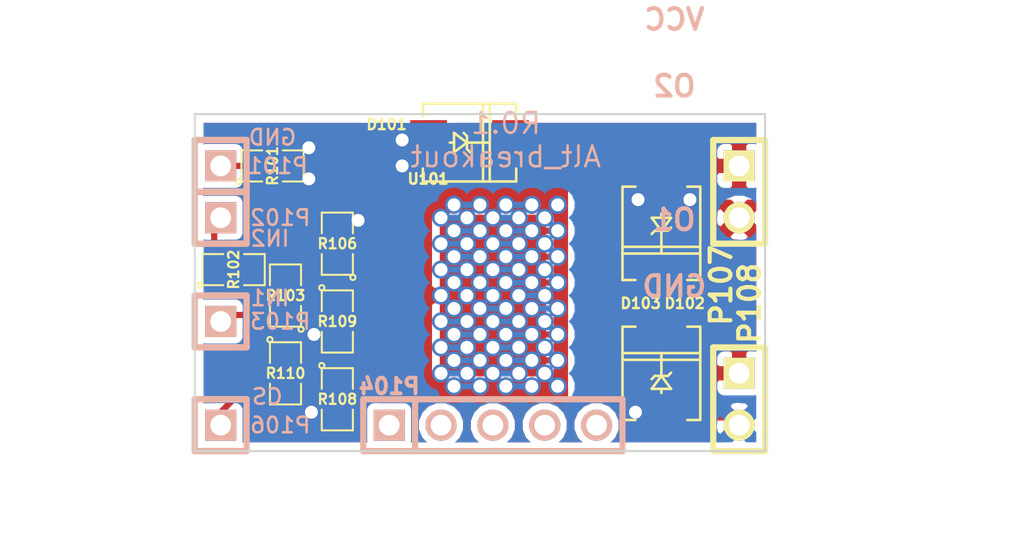
<source format=kicad_pcb>
(kicad_pcb (version 20221018) (generator pcbnew)
  (title_block (title "PowerSSO-24 breakout") (rev "R0.1") (company "rusEFI"))
  (layers (0 "F.Cu" signal) (31 "B.Cu" signal) (34 "B.Paste" user) (35 "F.Paste" user) (36 "B.SilkS" user) (37 "F.SilkS" user) (38 "B.Mask" user) (39 "F.Mask" user) (44 "Edge.Cuts" user))
  (net 0 "")
  (net 1 "/CS_DIS")
  (net 2 "/I1")
  (net 3 "/I2")
  (net 4 "/IN1")
  (net 5 "/IN2")
  (net 6 "/O1")
  (net 7 "/O2")
  (net 8 "/VCC")
  (net 9 "GND")
  (net 10 "N-000001")
  (net 11 "N-000004")
  (net 12 "N-000005")
  (footprint "SM0805" (layer "F.Cu") (at 219.71 143.51)
    (fp_text reference "R101" (at 0 0 90) (layer "F.SilkS") (effects (font (size 0.50038 0.50038) (thickness 0.10922))))
    (fp_text value "TBD" hide)
    (fp_line (start -1.524 -0.762) (end -0.508 -0.762) (stroke (width 0.09906)) (layer "F.SilkS"))
    (fp_line (start -1.524 0.762) (end -1.524 -0.762) (stroke (width 0.09906)) (layer "F.SilkS"))
    (fp_line (start -0.508 0.762) (end -1.524 0.762) (stroke (width 0.09906)) (layer "F.SilkS"))
    (fp_line (start 0.508 -0.762) (end 1.524 -0.762) (stroke (width 0.09906)) (layer "F.SilkS"))
    (fp_line (start 1.524 -0.762) (end 1.524 0.762) (stroke (width 0.09906)) (layer "F.SilkS"))
    (fp_line (start 1.524 0.762) (end 0.508 0.762) (stroke (width 0.09906)) (layer "F.SilkS"))
    (fp_circle (center -1.651 0.762) (end -1.651 0.635) (stroke (width 0.09906)) (fill none) (layer "F.SilkS"))
    (pad "1" smd rect (at -0.9525 0) (size 0.889 1.397) (layers "F.Cu" "F.Paste" "F.Mask") (net 10 "N-000001"))
    (pad "2" smd rect (at 0.9525 0) (size 0.889 1.397) (layers "F.Cu" "F.Paste" "F.Mask") (net 9 "GND"))
  )
  (footprint "SM0805" (layer "F.Cu") (at 220.345 149.86 90)
    (fp_text reference "R103" (at 0 0 180) (layer "F.SilkS") (effects (font (size 0.50038 0.50038) (thickness 0.10922))))
    (fp_text value "10K" hide)
    (fp_line (start -1.524 -0.762) (end -0.508 -0.762) (stroke (width 0.09906)) (layer "F.SilkS"))
    (fp_line (start -1.524 0.762) (end -1.524 -0.762) (stroke (width 0.09906)) (layer "F.SilkS"))
    (fp_line (start -0.508 0.762) (end -1.524 0.762) (stroke (width 0.09906)) (layer "F.SilkS"))
    (fp_line (start 0.508 -0.762) (end 1.524 -0.762) (stroke (width 0.09906)) (layer "F.SilkS"))
    (fp_line (start 1.524 -0.762) (end 1.524 0.762) (stroke (width 0.09906)) (layer "F.SilkS"))
    (fp_line (start 1.524 0.762) (end 0.508 0.762) (stroke (width 0.09906)) (layer "F.SilkS"))
    (fp_circle (center -1.651 0.762) (end -1.651 0.635) (stroke (width 0.09906)) (fill none) (layer "F.SilkS"))
    (pad "1" smd rect (at -0.9525 0 90) (size 0.889 1.397) (layers "F.Cu" "F.Paste" "F.Mask") (net 11 "N-000004"))
    (pad "2" smd rect (at 0.9525 0 90) (size 0.889 1.397) (layers "F.Cu" "F.Paste" "F.Mask") (net 4 "/IN1"))
  )
  (footprint "SM0805" (layer "F.Cu") (at 217.805 148.59)
    (fp_text reference "R102" (at 0 0 90) (layer "F.SilkS") (effects (font (size 0.50038 0.50038) (thickness 0.10922))))
    (fp_text value "10K" hide)
    (fp_line (start -1.524 -0.762) (end -0.508 -0.762) (stroke (width 0.09906)) (layer "F.SilkS"))
    (fp_line (start -1.524 0.762) (end -1.524 -0.762) (stroke (width 0.09906)) (layer "F.SilkS"))
    (fp_line (start -0.508 0.762) (end -1.524 0.762) (stroke (width 0.09906)) (layer "F.SilkS"))
    (fp_line (start 0.508 -0.762) (end 1.524 -0.762) (stroke (width 0.09906)) (layer "F.SilkS"))
    (fp_line (start 1.524 -0.762) (end 1.524 0.762) (stroke (width 0.09906)) (layer "F.SilkS"))
    (fp_line (start 1.524 0.762) (end 0.508 0.762) (stroke (width 0.09906)) (layer "F.SilkS"))
    (fp_circle (center -1.651 0.762) (end -1.651 0.635) (stroke (width 0.09906)) (fill none) (layer "F.SilkS"))
    (pad "1" smd rect (at -0.9525 0) (size 0.889 1.397) (layers "F.Cu" "F.Paste" "F.Mask") (net 12 "N-000005"))
    (pad "2" smd rect (at 0.9525 0) (size 0.889 1.397) (layers "F.Cu" "F.Paste" "F.Mask") (net 5 "/IN2"))
  )
  (footprint "SM0805" (layer "F.Cu") (at 222.885 154.94 -90)
    (fp_text reference "R108" (at 0 0) (layer "F.SilkS") (effects (font (size 0.50038 0.50038) (thickness 0.10922))))
    (fp_text value "10K" hide)
    (fp_line (start -1.524 -0.762) (end -0.508 -0.762) (stroke (width 0.09906)) (layer "F.SilkS"))
    (fp_line (start -1.524 0.762) (end -1.524 -0.762) (stroke (width 0.09906)) (layer "F.SilkS"))
    (fp_line (start -0.508 0.762) (end -1.524 0.762) (stroke (width 0.09906)) (layer "F.SilkS"))
    (fp_line (start 0.508 -0.762) (end 1.524 -0.762) (stroke (width 0.09906)) (layer "F.SilkS"))
    (fp_line (start 1.524 -0.762) (end 1.524 0.762) (stroke (width 0.09906)) (layer "F.SilkS"))
    (fp_line (start 1.524 0.762) (end 0.508 0.762) (stroke (width 0.09906)) (layer "F.SilkS"))
    (fp_circle (center -1.651 0.762) (end -1.651 0.635) (stroke (width 0.09906)) (fill none) (layer "F.SilkS"))
    (pad "1" smd rect (at -0.9525 0 270) (size 0.889 1.397) (layers "F.Cu" "F.Paste" "F.Mask") (net 1 "/CS_DIS"))
    (pad "2" smd rect (at 0.9525 0 270) (size 0.889 1.397) (layers "F.Cu" "F.Paste" "F.Mask") (net 9 "GND"))
  )
  (footprint "SM0805" (layer "F.Cu") (at 220.345 153.67 -90)
    (fp_text reference "R110" (at 0 0) (layer "F.SilkS") (effects (font (size 0.50038 0.50038) (thickness 0.10922))))
    (fp_text value "1K" hide)
    (fp_line (start -1.524 -0.762) (end -0.508 -0.762) (stroke (width 0.09906)) (layer "F.SilkS"))
    (fp_line (start -1.524 0.762) (end -1.524 -0.762) (stroke (width 0.09906)) (layer "F.SilkS"))
    (fp_line (start -0.508 0.762) (end -1.524 0.762) (stroke (width 0.09906)) (layer "F.SilkS"))
    (fp_line (start 0.508 -0.762) (end 1.524 -0.762) (stroke (width 0.09906)) (layer "F.SilkS"))
    (fp_line (start 1.524 -0.762) (end 1.524 0.762) (stroke (width 0.09906)) (layer "F.SilkS"))
    (fp_line (start 1.524 0.762) (end 0.508 0.762) (stroke (width 0.09906)) (layer "F.SilkS"))
    (fp_circle (center -1.651 0.762) (end -1.651 0.635) (stroke (width 0.09906)) (fill none) (layer "F.SilkS"))
    (pad "1" smd rect (at -0.9525 0 270) (size 0.889 1.397) (layers "F.Cu" "F.Paste" "F.Mask") (net 3 "/I2"))
    (pad "2" smd rect (at 0.9525 0 270) (size 0.889 1.397) (layers "F.Cu" "F.Paste" "F.Mask") (net 9 "GND"))
  )
  (footprint "SM0805" (layer "F.Cu") (at 222.885 151.13 -90)
    (fp_text reference "R109" (at 0 0) (layer "F.SilkS") (effects (font (size 0.50038 0.50038) (thickness 0.10922))))
    (fp_text value "1K" hide)
    (fp_line (start -1.524 -0.762) (end -0.508 -0.762) (stroke (width 0.09906)) (layer "F.SilkS"))
    (fp_line (start -1.524 0.762) (end -1.524 -0.762) (stroke (width 0.09906)) (layer "F.SilkS"))
    (fp_line (start -0.508 0.762) (end -1.524 0.762) (stroke (width 0.09906)) (layer "F.SilkS"))
    (fp_line (start 0.508 -0.762) (end 1.524 -0.762) (stroke (width 0.09906)) (layer "F.SilkS"))
    (fp_line (start 1.524 -0.762) (end 1.524 0.762) (stroke (width 0.09906)) (layer "F.SilkS"))
    (fp_line (start 1.524 0.762) (end 0.508 0.762) (stroke (width 0.09906)) (layer "F.SilkS"))
    (fp_circle (center -1.651 0.762) (end -1.651 0.635) (stroke (width 0.09906)) (fill none) (layer "F.SilkS"))
    (pad "1" smd rect (at -0.9525 0 270) (size 0.889 1.397) (layers "F.Cu" "F.Paste" "F.Mask") (net 2 "/I1"))
    (pad "2" smd rect (at 0.9525 0 270) (size 0.889 1.397) (layers "F.Cu" "F.Paste" "F.Mask") (net 9 "GND"))
  )
  (footprint "SM0805" (layer "F.Cu") (at 222.885 147.32 90)
    (fp_text reference "R106" (at 0 0 180) (layer "F.SilkS") (effects (font (size 0.50038 0.50038) (thickness 0.10922))))
    (fp_text value "10K" hide)
    (fp_line (start -1.524 -0.762) (end -0.508 -0.762) (stroke (width 0.09906)) (layer "F.SilkS"))
    (fp_line (start -1.524 0.762) (end -1.524 -0.762) (stroke (width 0.09906)) (layer "F.SilkS"))
    (fp_line (start -0.508 0.762) (end -1.524 0.762) (stroke (width 0.09906)) (layer "F.SilkS"))
    (fp_line (start 0.508 -0.762) (end 1.524 -0.762) (stroke (width 0.09906)) (layer "F.SilkS"))
    (fp_line (start 1.524 -0.762) (end 1.524 0.762) (stroke (width 0.09906)) (layer "F.SilkS"))
    (fp_line (start 1.524 0.762) (end 0.508 0.762) (stroke (width 0.09906)) (layer "F.SilkS"))
    (fp_circle (center -1.651 0.762) (end -1.651 0.635) (stroke (width 0.09906)) (fill none) (layer "F.SilkS"))
    (pad "1" smd rect (at -0.9525 0 90) (size 0.889 1.397) (layers "F.Cu" "F.Paste" "F.Mask") (net 5 "/IN2"))
    (pad "2" smd rect (at 0.9525 0 90) (size 0.889 1.397) (layers "F.Cu" "F.Paste" "F.Mask") (net 9 "GND"))
  )
  (footprint "SIL-2" (layer "F.Cu") (at 242.57 154.94 -90)
    (fp_text reference "P108" (at -4.699 -0.508 270) (layer "F.SilkS") (effects (font (size 1.016 1.016) (thickness 0.2032))))
    (fp_text value "CONN_2" hide)
    (fp_line (start -2.54 -1.27) (end 2.54 -1.27) (stroke (width 0.3048)) (layer "F.SilkS"))
    (fp_line (start -2.54 1.27) (end -2.54 -1.27) (stroke (width 0.3048)) (layer "F.SilkS"))
    (fp_line (start 2.54 -1.27) (end 2.54 1.27) (stroke (width 0.3048)) (layer "F.SilkS"))
    (fp_line (start 2.54 1.27) (end -2.54 1.27) (stroke (width 0.3048)) (layer "F.SilkS"))
    (pad "1" thru_hole rect (at -1.27 0 270) (size 1.524 1.524) (drill 1.016) (layers "*.Cu" "*.Mask" "F.SilkS") (net 6 "/O1"))
    (pad "2" thru_hole circle (at 1.27 0 270) (size 1.524 1.524) (drill 1.016) (layers "*.Cu" "*.Mask" "F.SilkS") (net 9 "GND"))
  )
  (footprint "SIL-2" (layer "F.Cu") (at 242.57 144.78 -90)
    (fp_text reference "P107" (at 4.572 0.889 270) (layer "F.SilkS") (effects (font (size 1.016 1.016) (thickness 0.2032))))
    (fp_text value "CONN_2" hide)
    (fp_line (start -2.54 -1.27) (end 2.54 -1.27) (stroke (width 0.3048)) (layer "F.SilkS"))
    (fp_line (start -2.54 1.27) (end -2.54 -1.27) (stroke (width 0.3048)) (layer "F.SilkS"))
    (fp_line (start 2.54 -1.27) (end 2.54 1.27) (stroke (width 0.3048)) (layer "F.SilkS"))
    (fp_line (start 2.54 1.27) (end -2.54 1.27) (stroke (width 0.3048)) (layer "F.SilkS"))
    (pad "1" thru_hole rect (at -1.27 0 270) (size 1.524 1.524) (drill 1.016) (layers "*.Cu" "*.Mask" "F.SilkS") (net 8 "/VCC"))
    (pad "2" thru_hole circle (at 1.27 0 270) (size 1.524 1.524) (drill 1.016) (layers "*.Cu" "*.Mask" "F.SilkS") (net 7 "/O2"))
  )
  (footprint "DO-214AA(SMB)" (layer "F.Cu") (at 238.76 146.812 -90)
    (fp_text reference "D102" (at 3.429 -1.143) (layer "F.SilkS") (effects (font (size 0.508 0.508) (thickness 0.11938))))
    (fp_text value "P6SMB36AT3G " hide)
    (fp_line (start -2.286 -1.905) (end 2.286 -1.905) (stroke (width 0.127)) (layer "F.SilkS"))
    (fp_line (start -2.286 -1.27) (end -2.286 -1.905) (stroke (width 0.127)) (layer "F.SilkS"))
    (fp_line (start -2.286 1.27) (end -2.286 1.905) (stroke (width 0.127)) (layer "F.SilkS"))
    (fp_line (start -2.286 1.905) (end 2.286 1.905) (stroke (width 0.127)) (layer "F.SilkS"))
    (fp_line (start -0.762 -0.47498) (end -0.762 0) (stroke (width 0.127)) (layer "F.SilkS"))
    (fp_line (start -0.762 0) (end -0.9652 0) (stroke (width 0.127)) (layer "F.SilkS"))
    (fp_line (start -0.762 0) (end -0.762 0.47498) (stroke (width 0.127)) (layer "F.SilkS"))
    (fp_line (start -0.762 0.47498) (end -0.127 0) (stroke (width 0.127)) (layer "F.SilkS"))
    (fp_line (start -0.127 -0.3175) (end -0.28448 -0.47498) (stroke (width 0.127)) (layer "F.SilkS"))
    (fp_line (start -0.127 0) (end -0.762 -0.47498) (stroke (width 0.127)) (layer "F.SilkS"))
    (fp_line (start -0.127 0) (end -0.127 -0.3175) (stroke (width 0.127)) (layer "F.SilkS"))
    (fp_line (start -0.127 0) (end -0.127 0.3175) (stroke (width 0.127)) (layer "F.SilkS"))
    (fp_line (start -0.127 0) (end 0.98298 0) (stroke (width 0.127)) (layer "F.SilkS"))
    (fp_line (start -0.127 0.3175) (end 0.03048 0.47498) (stroke (width 0.127)) (layer "F.SilkS"))
    (fp_line (start 0.6604 1.905) (end 0.6604 -1.905) (stroke (width 0.127)) (layer "F.SilkS"))
    (fp_line (start 0.9906 1.905) (end 0.9906 -1.905) (stroke (width 0.127)) (layer "F.SilkS"))
    (fp_line (start 2.286 -1.905) (end 2.286 -1.27) (stroke (width 0.127)) (layer "F.SilkS"))
    (fp_line (start 2.286 1.905) (end 2.286 1.27) (stroke (width 0.127)) (layer "F.SilkS"))
    (pad "1" smd rect (at -2.0066 0 270) (size 1.80086 2.19964) (layers "F.Cu" "F.Paste" "F.Mask") (net 9 "GND"))
    (pad "2" smd rect (at 2.0066 0 270) (size 1.80086 2.19964) (layers "F.Cu" "F.Paste" "F.Mask") (net 7 "/O2"))
  )
  (footprint "DO-214AA(SMB)" (layer "F.Cu") (at 238.76 153.67 90)
    (fp_text reference "D103" (at 3.429 -1.016 180) (layer "F.SilkS") (effects (font (size 0.508 0.508) (thickness 0.11938))))
    (fp_text value "P6SMB36AT3G " hide)
    (fp_line (start -2.286 -1.905) (end 2.286 -1.905) (stroke (width 0.127)) (layer "F.SilkS"))
    (fp_line (start -2.286 -1.27) (end -2.286 -1.905) (stroke (width 0.127)) (layer "F.SilkS"))
    (fp_line (start -2.286 1.27) (end -2.286 1.905) (stroke (width 0.127)) (layer "F.SilkS"))
    (fp_line (start -2.286 1.905) (end 2.286 1.905) (stroke (width 0.127)) (layer "F.SilkS"))
    (fp_line (start -0.762 -0.47498) (end -0.762 0) (stroke (width 0.127)) (layer "F.SilkS"))
    (fp_line (start -0.762 0) (end -0.9652 0) (stroke (width 0.127)) (layer "F.SilkS"))
    (fp_line (start -0.762 0) (end -0.762 0.47498) (stroke (width 0.127)) (layer "F.SilkS"))
    (fp_line (start -0.762 0.47498) (end -0.127 0) (stroke (width 0.127)) (layer "F.SilkS"))
    (fp_line (start -0.127 -0.3175) (end -0.28448 -0.47498) (stroke (width 0.127)) (layer "F.SilkS"))
    (fp_line (start -0.127 0) (end -0.762 -0.47498) (stroke (width 0.127)) (layer "F.SilkS"))
    (fp_line (start -0.127 0) (end -0.127 -0.3175) (stroke (width 0.127)) (layer "F.SilkS"))
    (fp_line (start -0.127 0) (end -0.127 0.3175) (stroke (width 0.127)) (layer "F.SilkS"))
    (fp_line (start -0.127 0) (end 0.98298 0) (stroke (width 0.127)) (layer "F.SilkS"))
    (fp_line (start -0.127 0.3175) (end 0.03048 0.47498) (stroke (width 0.127)) (layer "F.SilkS"))
    (fp_line (start 0.6604 1.905) (end 0.6604 -1.905) (stroke (width 0.127)) (layer "F.SilkS"))
    (fp_line (start 0.9906 1.905) (end 0.9906 -1.905) (stroke (width 0.127)) (layer "F.SilkS"))
    (fp_line (start 2.286 -1.905) (end 2.286 -1.27) (stroke (width 0.127)) (layer "F.SilkS"))
    (fp_line (start 2.286 1.905) (end 2.286 1.27) (stroke (width 0.127)) (layer "F.SilkS"))
    (pad "1" smd rect (at -2.0066 0 90) (size 1.80086 2.19964) (layers "F.Cu" "F.Paste" "F.Mask") (net 9 "GND"))
    (pad "2" smd rect (at 2.0066 0 90) (size 1.80086 2.19964) (layers "F.Cu" "F.Paste" "F.Mask") (net 6 "/O1"))
  )
  (footprint "DO-214AA(SMB)" (layer "F.Cu") (at 229.362 142.367)
    (fp_text reference "D101" (at -4.064 -0.889) (layer "F.SilkS") (effects (font (size 0.508 0.508) (thickness 0.11938))))
    (fp_text value "P6SMB36AT3G " hide)
    (fp_line (start -2.286 -1.905) (end 2.286 -1.905) (stroke (width 0.127)) (layer "F.SilkS"))
    (fp_line (start -2.286 -1.27) (end -2.286 -1.905) (stroke (width 0.127)) (layer "F.SilkS"))
    (fp_line (start -2.286 1.27) (end -2.286 1.905) (stroke (width 0.127)) (layer "F.SilkS"))
    (fp_line (start -2.286 1.905) (end 2.286 1.905) (stroke (width 0.127)) (layer "F.SilkS"))
    (fp_line (start -0.762 -0.47498) (end -0.762 0) (stroke (width 0.127)) (layer "F.SilkS"))
    (fp_line (start -0.762 0) (end -0.9652 0) (stroke (width 0.127)) (layer "F.SilkS"))
    (fp_line (start -0.762 0) (end -0.762 0.47498) (stroke (width 0.127)) (layer "F.SilkS"))
    (fp_line (start -0.762 0.47498) (end -0.127 0) (stroke (width 0.127)) (layer "F.SilkS"))
    (fp_line (start -0.127 -0.3175) (end -0.28448 -0.47498) (stroke (width 0.127)) (layer "F.SilkS"))
    (fp_line (start -0.127 0) (end -0.762 -0.47498) (stroke (width 0.127)) (layer "F.SilkS"))
    (fp_line (start -0.127 0) (end -0.127 -0.3175) (stroke (width 0.127)) (layer "F.SilkS"))
    (fp_line (start -0.127 0) (end -0.127 0.3175) (stroke (width 0.127)) (layer "F.SilkS"))
    (fp_line (start -0.127 0) (end 0.98298 0) (stroke (width 0.127)) (layer "F.SilkS"))
    (fp_line (start -0.127 0.3175) (end 0.03048 0.47498) (stroke (width 0.127)) (layer "F.SilkS"))
    (fp_line (start 0.6604 1.905) (end 0.6604 -1.905) (stroke (width 0.127)) (layer "F.SilkS"))
    (fp_line (start 0.9906 1.905) (end 0.9906 -1.905) (stroke (width 0.127)) (layer "F.SilkS"))
    (fp_line (start 2.286 -1.905) (end 2.286 -1.27) (stroke (width 0.127)) (layer "F.SilkS"))
    (fp_line (start 2.286 1.905) (end 2.286 1.27) (stroke (width 0.127)) (layer "F.SilkS"))
    (pad "1" smd rect (at -2.0066 0) (size 1.80086 2.19964) (layers "F.Cu" "F.Paste" "F.Mask") (net 9 "GND"))
    (pad "2" smd rect (at 2.0066 0) (size 1.80086 2.19964) (layers "F.Cu" "F.Paste" "F.Mask") (net 8 "/VCC"))
  )
  (footprint "PowerSSO-24" (layer "F.Cu") (at 230.505 149.86)
    (fp_text reference "U101" (at -3.175 -5.715) (layer "F.SilkS") (effects (font (size 0.508 0.508) (thickness 0.127))))
    (fp_text value "VND5E025AKTR" hide)
    (pad "1" smd rect (at -4.9325 -4.4) (size 1.7 0.55) (layers "F.Cu" "F.Paste" "F.Mask") (net 8 "/VCC"))
    (pad "2" smd rect (at -4.9325 -3.6) (size 1.7 0.55) (layers "F.Cu" "F.Paste" "F.Mask") (net 9 "GND"))
    (pad "3" smd rect (at -4.9325 -2.8) (size 1.7 0.55) (layers "F.Cu" "F.Paste" "F.Mask"))
    (pad "4" smd rect (at -4.9325 -2) (size 1.7 0.55) (layers "F.Cu" "F.Paste" "F.Mask") (net 5 "/IN2"))
    (pad "5" smd rect (at -4.9325 -1.2) (size 1.7 0.55) (layers "F.Cu" "F.Paste" "F.Mask"))
    (pad "6" smd rect (at -4.9325 -0.4) (size 1.7 0.55) (layers "F.Cu" "F.Paste" "F.Mask") (net 4 "/IN1"))
    (pad "7" smd rect (at -4.9325 0.4) (size 1.7 0.55) (layers "F.Cu" "F.Paste" "F.Mask"))
    (pad "8" smd rect (at -4.9325 1.2) (size 1.7 0.55) (layers "F.Cu" "F.Paste" "F.Mask") (net 2 "/I1"))
    (pad "9" smd rect (at -4.9325 2) (size 1.7 0.55) (layers "F.Cu" "F.Paste" "F.Mask"))
    (pad "10" smd rect (at -4.9325 2.8) (size 1.7 0.55) (layers "F.Cu" "F.Paste" "F.Mask") (net 3 "/I2"))
    (pad "11" smd rect (at -4.9325 3.6) (size 1.7 0.55) (layers "F.Cu" "F.Paste" "F.Mask") (net 1 "/CS_DIS"))
    (pad "12" smd rect (at -4.9325 4.4) (size 1.7 0.55) (layers "F.Cu" "F.Paste" "F.Mask") (net 8 "/VCC"))
    (pad "13" smd rect (at 4.9325 4.4) (size 1.7 0.55) (layers "F.Cu" "F.Paste" "F.Mask") (net 6 "/O1"))
    (pad "14" smd rect (at 4.9325 3.6) (size 1.7 0.55) (layers "F.Cu" "F.Paste" "F.Mask") (net 6 "/O1"))
    (pad "15" smd rect (at 4.9325 2.8) (size 1.7 0.55) (layers "F.Cu" "F.Paste" "F.Mask") (net 6 "/O1"))
    (pad "16" smd rect (at 4.9325 2) (size 1.7 0.55) (layers "F.Cu" "F.Paste" "F.Mask") (net 6 "/O1"))
    (pad "17" smd rect (at 4.9325 1.2) (size 1.7 0.55) (layers "F.Cu" "F.Paste" "F.Mask") (net 6 "/O1"))
    (pad "18" smd rect (at 4.9325 0.4) (size 1.7 0.55) (layers "F.Cu" "F.Paste" "F.Mask") (net 6 "/O1"))
    (pad "19" smd rect (at 4.9325 -0.4) (size 1.7 0.55) (layers "F.Cu" "F.Paste" "F.Mask") (net 7 "/O2"))
    (pad "20" smd rect (at 4.9325 -1.2) (size 1.7 0.55) (layers "F.Cu" "F.Paste" "F.Mask") (net 7 "/O2"))
    (pad "21" smd rect (at 4.9325 -2) (size 1.7 0.55) (layers "F.Cu" "F.Paste" "F.Mask") (net 7 "/O2"))
    (pad "22" smd rect (at 4.9325 -2.8) (size 1.7 0.55) (layers "F.Cu" "F.Paste" "F.Mask") (net 7 "/O2"))
    (pad "23" smd rect (at 4.9325 -3.6) (size 1.7 0.55) (layers "F.Cu" "F.Paste" "F.Mask") (net 7 "/O2"))
    (pad "24" smd rect (at 4.9325 -4.4) (size 1.7 0.55) (layers "F.Cu" "F.Paste" "F.Mask") (net 7 "/O2"))
    (pad "EXP" smd rect (at 0 0) (size 5.2 7.5) (layers "F.Cu" "F.Paste" "F.Mask") (net 8 "/VCC"))
  )
  (footprint "SIL-1" (layer "B.Cu") (at 217.17 151.13)
    (fp_text reference "P103" (at 2.921 0) (layer "B.SilkS") (effects (font (size 0.762 0.762) (thickness 0.127)) (justify mirror)))
    (fp_text value "CONN_1" hide)
    (fp_line (start -1.27 -1.27) (end -1.27 1.27) (stroke (width 0.3048)) (layer "B.SilkS"))
    (fp_line (start -1.27 -1.27) (end 1.27 -1.27) (stroke (width 0.3175)) (layer "B.SilkS"))
    (fp_line (start -1.27 1.27) (end 1.27 1.27) (stroke (width 0.3175)) (layer "B.SilkS"))
    (fp_line (start 1.27 1.27) (end 1.27 -1.27) (stroke (width 0.3048)) (layer "B.SilkS"))
    (pad "1" thru_hole rect (at 0 0) (size 1.524 1.524) (drill 1.016) (layers "*.Cu" "*.Mask" "B.SilkS") (net 11 "N-000004"))
  )
  (footprint "SIL-1" (layer "B.Cu") (at 217.17 156.21)
    (fp_text reference "P106" (at 2.921 0) (layer "B.SilkS") (effects (font (size 0.762 0.762) (thickness 0.127)) (justify mirror)))
    (fp_text value "CONN_1" hide)
    (fp_line (start -1.27 -1.27) (end -1.27 1.27) (stroke (width 0.3048)) (layer "B.SilkS"))
    (fp_line (start -1.27 -1.27) (end 1.27 -1.27) (stroke (width 0.3175)) (layer "B.SilkS"))
    (fp_line (start -1.27 1.27) (end 1.27 1.27) (stroke (width 0.3175)) (layer "B.SilkS"))
    (fp_line (start 1.27 1.27) (end 1.27 -1.27) (stroke (width 0.3048)) (layer "B.SilkS"))
    (pad "1" thru_hole rect (at 0 0) (size 1.524 1.524) (drill 1.016) (layers "*.Cu" "*.Mask" "B.SilkS") (net 1 "/CS_DIS"))
  )
  (footprint "SIL-1" (layer "B.Cu") (at 217.17 143.51)
    (fp_text reference "P101" (at 2.794 0) (layer "B.SilkS") (effects (font (size 0.762 0.762) (thickness 0.127)) (justify mirror)))
    (fp_text value "CONN_1" hide)
    (fp_line (start -1.27 -1.27) (end -1.27 1.27) (stroke (width 0.3048)) (layer "B.SilkS"))
    (fp_line (start -1.27 -1.27) (end 1.27 -1.27) (stroke (width 0.3175)) (layer "B.SilkS"))
    (fp_line (start -1.27 1.27) (end 1.27 1.27) (stroke (width 0.3175)) (layer "B.SilkS"))
    (fp_line (start 1.27 1.27) (end 1.27 -1.27) (stroke (width 0.3048)) (layer "B.SilkS"))
    (pad "1" thru_hole rect (at 0 0) (size 1.524 1.524) (drill 1.016) (layers "*.Cu" "*.Mask" "B.SilkS") (net 10 "N-000001"))
  )
  (footprint "SIL-1" (layer "B.Cu") (at 217.17 146.05)
    (fp_text reference "P102" (at 2.921 0) (layer "B.SilkS") (effects (font (size 0.762 0.762) (thickness 0.127)) (justify mirror)))
    (fp_text value "CONN_1" hide)
    (fp_line (start -1.27 -1.27) (end -1.27 1.27) (stroke (width 0.3048)) (layer "B.SilkS"))
    (fp_line (start -1.27 -1.27) (end 1.27 -1.27) (stroke (width 0.3175)) (layer "B.SilkS"))
    (fp_line (start -1.27 1.27) (end 1.27 1.27) (stroke (width 0.3175)) (layer "B.SilkS"))
    (fp_line (start 1.27 1.27) (end 1.27 -1.27) (stroke (width 0.3048)) (layer "B.SilkS"))
    (pad "1" thru_hole rect (at 0 0) (size 1.524 1.524) (drill 1.016) (layers "*.Cu" "*.Mask" "B.SilkS") (net 12 "N-000005"))
  )
  (footprint "SIL-5" (layer "B.Cu") (at 231.775 156.21)
    (fp_text reference "P104" (at -6.35 -1.905) (layer "B.SilkS") (effects (font (size 0.762 0.762) (thickness 0.1905)) (justify mirror)))
    (fp_text value "CONN_5" hide)
    (fp_line (start -7.62 -1.27) (end -7.62 1.27) (stroke (width 0.3048)) (layer "B.SilkS"))
    (fp_line (start -7.62 1.27) (end 5.08 1.27) (stroke (width 0.3048)) (layer "B.SilkS"))
    (fp_line (start -5.08 -1.27) (end -5.08 1.27) (stroke (width 0.3048)) (layer "B.SilkS"))
    (fp_line (start 5.08 -1.27) (end -7.62 -1.27) (stroke (width 0.3048)) (layer "B.SilkS"))
    (fp_line (start 5.08 1.27) (end 5.08 -1.27) (stroke (width 0.3048)) (layer "B.SilkS"))
    (pad "1" thru_hole rect (at -6.35 0) (size 1.524 1.524) (drill 1.016) (layers "*.Cu" "*.Mask" "B.SilkS"))
    (pad "2" thru_hole circle (at -3.81 0) (size 1.524 1.524) (drill 1.016) (layers "*.Cu" "*.Mask" "B.SilkS"))
    (pad "3" thru_hole circle (at -1.27 0) (size 1.524 1.524) (drill 1.016) (layers "*.Cu" "*.Mask" "B.SilkS"))
    (pad "4" thru_hole circle (at 1.27 0) (size 1.524 1.524) (drill 1.016) (layers "*.Cu" "*.Mask" "B.SilkS"))
    (pad "5" thru_hole circle (at 3.81 0) (size 1.524 1.524) (drill 1.016) (layers "*.Cu" "*.Mask" "B.SilkS"))
  )
  (gr_line (start 243.84 156.845) (end 243.84 157.48) (stroke (width 0.1)) (layer "Edge.Cuts"))
  (gr_line (start 215.9 156.845) (end 215.9 140.97) (stroke (width 0.1)) (layer "Edge.Cuts"))
  (gr_line (start 215.9 140.97) (end 243.84 140.97) (stroke (width 0.1)) (layer "Edge.Cuts"))
  (gr_line (start 215.9 157.48) (end 243.84 157.48) (stroke (width 0.1)) (layer "Edge.Cuts"))
  (gr_line (start 243.84 156.845) (end 243.84 140.97) (stroke (width 0.1)) (layer "Edge.Cuts"))
  (gr_line (start 243.84 157.48) (end 215.9 157.48) (stroke (width 0.1)) (layer "Edge.Cuts"))
  (gr_line (start 215.9 156.845) (end 215.9 157.48) (stroke (width 0.1)) (layer "Edge.Cuts"))
  (gr_text "R0.1\nAlt_breakout" (at 231.14 142.24) (layer "B.SilkS") (effects (font (size 1.016 1.016) (thickness 0.127)) (justify mirror)))
  (gr_text "GND" (at 219.71 142.113) (layer "B.SilkS") (effects (font (size 0.762 0.762) (thickness 0.127)) (justify mirror)))
  (gr_text "VCC\n\nO2\n\n\n\nO1\n\nGND" (at 239.395 142.875) (layer "B.SilkS") (effects (font (size 1.016 1.016) (thickness 0.2032)) (justify mirror)))
  (gr_text "CS" (at 219.456 154.813) (layer "B.SilkS") (effects (font (size 0.762 0.762) (thickness 0.127)) (justify mirror)))
  (gr_text "IN1" (at 219.583 149.987) (layer "B.SilkS") (effects (font (size 0.762 0.762) (thickness 0.127)) (justify mirror)))
  (gr_text "IN2" (at 219.583 147.066) (layer "B.SilkS") (effects (font (size 0.762 0.762) (thickness 0.127)) (justify mirror)))
  (segment (start 224.492 153.46) (end 223.9645 153.9875) (width 0.3048) (layer "F.Cu") (net 1))
  (segment (start 223.9645 153.9875) (end 222.885 153.9875) (width 0.3048) (layer "F.Cu") (net 1))
  (segment (start 221.9325 153.9875) (end 221.615 153.67) (width 0.3048) (layer "F.Cu") (net 1))
  (segment (start 221.615 153.67) (end 219.075 153.67) (width 0.3048) (layer "F.Cu") (net 1))
  (segment (start 219.075 153.67) (end 217.17 155.575) (width 0.3048) (layer "F.Cu") (net 1))
  (segment (start 217.17 155.575) (end 217.17 156.21) (width 0.3048) (layer "F.Cu") (net 1))
  (segment (start 222.885 153.9875) (end 221.9325 153.9875) (width 0.3048) (layer "F.Cu") (net 1))
  (segment (start 225.5725 153.46) (end 224.492 153.46) (width 0.3048) (layer "F.Cu") (net 1))
  (segment (start 223.7675 151.06) (end 222.885 150.1775) (width 0.3048) (layer "F.Cu") (net 2))
  (segment (start 225.5725 151.06) (end 223.7675 151.06) (width 0.3048) (layer "F.Cu") (net 2))
  (segment (start 224.403 152.66) (end 224.028 153.035) (width 0.3048) (layer "F.Cu") (net 3))
  (segment (start 224.028 153.035) (end 220.6625 153.035) (width 0.3048) (layer "F.Cu") (net 3))
  (segment (start 220.6625 153.035) (end 220.345 152.7175) (width 0.3048) (layer "F.Cu") (net 3))
  (segment (start 225.5725 152.66) (end 224.403 152.66) (width 0.3048) (layer "F.Cu") (net 3))
  (segment (start 224.263 149.46) (end 224.028 149.225) (width 0.3048) (layer "F.Cu") (net 4))
  (segment (start 224.028 149.225) (end 220.6625 149.225) (width 0.3048) (layer "F.Cu") (net 4))
  (segment (start 220.6625 149.225) (end 220.345 148.9075) (width 0.3048) (layer "F.Cu") (net 4))
  (segment (start 225.5725 149.46) (end 224.263 149.46) (width 0.3048) (layer "F.Cu") (net 4))
  (segment (start 223.2975 147.86) (end 222.885 148.2725) (width 0.3048) (layer "F.Cu") (net 5))
  (segment (start 219.4875 147.86) (end 218.7575 148.59) (width 0.3048) (layer "F.Cu") (net 5))
  (segment (start 225.5725 147.86) (end 223.2975 147.86) (width 0.3048) (layer "F.Cu") (net 5))
  (segment (start 225.5725 147.86) (end 219.4875 147.86) (width 0.3048) (layer "F.Cu") (net 5))
  (segment (start 228.6 149.225) (end 227.965 149.86) (width 0.3048) (layer "F.Cu") (net 8))
  (segment (start 228.6 150.495) (end 229.87 150.495) (width 0.3048) (layer "F.Cu") (net 8))
  (segment (start 231.14 150.495) (end 232.41 150.495) (width 0.3048) (layer "F.Cu") (net 8))
  (segment (start 233.68 150.495) (end 233.045 149.86) (width 0.3048) (layer "F.Cu") (net 8))
  (segment (start 231.775 149.86) (end 231.14 149.225) (width 0.3048) (layer "F.Cu") (net 8))
  (segment (start 232.41 149.225) (end 233.68 149.225) (width 0.3048) (layer "F.Cu") (net 8))
  (segment (start 233.045 148.59) (end 231.775 148.59) (width 0.3048) (layer "F.Cu") (net 8))
  (segment (start 230.505 148.59) (end 229.235 148.59) (width 0.3048) (layer "F.Cu") (net 8))
  (segment (start 227.965 148.59) (end 228.6 147.955) (width 0.3048) (layer "F.Cu") (net 8))
  (segment (start 229.87 147.955) (end 231.14 147.955) (width 0.3048) (layer "F.Cu") (net 8))
  (segment (start 232.41 147.955) (end 233.68 147.955) (width 0.3048) (layer "F.Cu") (net 8))
  (segment (start 233.045 147.32) (end 231.775 147.32) (width 0.3048) (layer "F.Cu") (net 8))
  (segment (start 230.505 147.32) (end 229.235 147.32) (width 0.3048) (layer "F.Cu") (net 8))
  (segment (start 227.965 147.32) (end 228.6 146.685) (width 0.3048) (layer "F.Cu") (net 8))
  (segment (start 229.87 146.685) (end 231.14 146.685) (width 0.3048) (layer "F.Cu") (net 8))
  (segment (start 232.41 146.685) (end 233.68 146.685) (width 0.3048) (layer "F.Cu") (net 8))
  (segment (start 233.045 146.05) (end 231.775 146.05) (width 0.3048) (layer "F.Cu") (net 8))
  (segment (start 230.505 146.05) (end 229.235 146.05) (width 0.3048) (layer "F.Cu") (net 8))
  (segment (start 227.965 146.05) (end 228.6 145.415) (width 0.3048) (layer "F.Cu") (net 8))
  (segment (start 229.87 145.415) (end 231.14 145.415) (width 0.3048) (layer "F.Cu") (net 8))
  (segment (start 233.68 145.415) (end 232.41 145.415) (width 0.3048) (layer "F.Cu") (net 8))
  (segment (start 229.235 149.86) (end 227.965 151.13) (width 0.3048) (layer "F.Cu") (net 8))
  (segment (start 229.235 151.13) (end 230.505 151.13) (width 0.3048) (layer "F.Cu") (net 8))
  (segment (start 231.775 151.13) (end 233.045 151.13) (width 0.3048) (layer "F.Cu") (net 8))
  (segment (start 233.68 151.765) (end 232.41 151.765) (width 0.3048) (layer "F.Cu") (net 8))
  (segment (start 231.14 151.765) (end 229.87 151.765) (width 0.3048) (layer "F.Cu") (net 8))
  (segment (start 228.6 151.765) (end 227.965 152.4) (width 0.3048) (layer "F.Cu") (net 8))
  (segment (start 229.235 152.4) (end 230.505 152.4) (width 0.3048) (layer "F.Cu") (net 8))
  (segment (start 231.775 152.4) (end 233.045 152.4) (width 0.3048) (layer "F.Cu") (net 8))
  (segment (start 233.68 153.035) (end 232.41 153.035) (width 0.3048) (layer "F.Cu") (net 8))
  (segment (start 231.14 153.035) (end 229.87 153.035) (width 0.3048) (layer "F.Cu") (net 8))
  (segment (start 228.6 153.035) (end 227.965 153.67) (width 0.3048) (layer "F.Cu") (net 8))
  (segment (start 229.235 153.67) (end 230.505 153.67) (width 0.3048) (layer "F.Cu") (net 8))
  (segment (start 231.775 153.67) (end 233.045 153.67) (width 0.3048) (layer "F.Cu") (net 8))
  (segment (start 233.68 154.305) (end 232.41 154.305) (width 0.3048) (layer "F.Cu") (net 8))
  (segment (start 231.14 154.305) (end 229.87 154.305) (width 0.3048) (layer "F.Cu") (net 8))
  (segment (start 229.87 149.225) (end 230.505 149.86) (width 0.3048) (layer "F.Cu") (net 8))
  (via (at 233.045 151.13) (size 0.889) (drill 0.635) (layers "F.Cu" "B.Cu") (net 8))
  (via (at 232.41 149.225) (size 0.889) (drill 0.635) (layers "F.Cu" "B.Cu") (net 8))
  (via (at 229.235 149.86) (size 0.889) (drill 0.635) (layers "F.Cu" "B.Cu") (net 8))
  (via (at 233.045 149.86) (size 0.889) (drill 0.635) (layers "F.Cu" "B.Cu") (net 8))
  (via (at 230.505 153.67) (size 0.889) (drill 0.635) (layers "F.Cu" "B.Cu") (net 8))
  (via (at 228.6 154.305) (size 0.889) (drill 0.635) (layers "F.Cu" "B.Cu") (net 8))
  (via (at 233.68 154.305) (size 0.889) (drill 0.635) (layers "F.Cu" "B.Cu") (net 8))
  (via (at 229.87 154.305) (size 0.889) (drill 0.635) (layers "F.Cu" "B.Cu") (net 8))
  (via (at 231.775 152.4) (size 0.889) (drill 0.635) (layers "F.Cu" "B.Cu") (net 8))
  (via (at 233.68 151.765) (size 0.889) (drill 0.635) (layers "F.Cu" "B.Cu") (net 8))
  (via (at 231.14 154.305) (size 0.889) (drill 0.635) (layers "F.Cu" "B.Cu") (net 8))
  (via (at 232.41 146.685) (size 0.889) (drill 0.635) (layers "F.Cu" "B.Cu") (net 8))
  (via (at 233.045 153.67) (size 0.889) (drill 0.635) (layers "F.Cu" "B.Cu") (net 8))
  (via (at 227.965 151.13) (size 0.889) (drill 0.635) (layers "F.Cu" "B.Cu") (net 8))
  (via (at 231.775 149.86) (size 0.889) (drill 0.635) (layers "F.Cu" "B.Cu") (net 8))
  (via (at 232.41 151.765) (size 0.889) (drill 0.635) (layers "F.Cu" "B.Cu") (net 8))
  (via (at 229.235 147.32) (size 0.889) (drill 0.635) (layers "F.Cu" "B.Cu") (net 8))
  (via (at 228.6 149.225) (size 0.889) (drill 0.635) (layers "F.Cu" "B.Cu") (net 8))
  (via (at 231.775 148.59) (size 0.889) (drill 0.635) (layers "F.Cu" "B.Cu") (net 8))
  (via (at 228.6 147.955) (size 0.889) (drill 0.635) (layers "F.Cu" "B.Cu") (net 8))
  (via (at 233.68 153.035) (size 0.889) (drill 0.635) (layers "F.Cu" "B.Cu") (net 8))
  (via (at 232.41 150.495) (size 0.889) (drill 0.635) (layers "F.Cu" "B.Cu") (net 8))
  (via (at 229.87 149.225) (size 0.889) (drill 0.635) (layers "F.Cu" "B.Cu") (net 8))
  (via (at 231.14 146.685) (size 0.889) (drill 0.635) (layers "F.Cu" "B.Cu") (net 8))
  (via (at 231.14 150.495) (size 0.889) (drill 0.635) (layers "F.Cu" "B.Cu") (net 8))
  (via (at 233.68 150.495) (size 0.889) (drill 0.635) (layers "F.Cu" "B.Cu") (net 8))
  (via (at 228.6 145.415) (size 0.889) (drill 0.635) (layers "F.Cu" "B.Cu") (net 8))
  (via (at 232.41 147.955) (size 0.889) (drill 0.635) (layers "F.Cu" "B.Cu") (net 8))
  (via (at 231.775 151.13) (size 0.889) (drill 0.635) (layers "F.Cu" "B.Cu") (net 8))
  (via (at 233.045 146.05) (size 0.889) (drill 0.635) (layers "F.Cu" "B.Cu") (net 8))
  (via (at 229.235 152.4) (size 0.889) (drill 0.635) (layers "F.Cu" "B.Cu") (net 8))
  (via (at 229.235 151.13) (size 0.889) (drill 0.635) (layers "F.Cu" "B.Cu") (net 8))
  (via (at 227.965 153.67) (size 0.889) (drill 0.635) (layers "F.Cu" "B.Cu") (net 8))
  (via (at 229.235 148.59) (size 0.889) (drill 0.635) (layers "F.Cu" "B.Cu") (net 8))
  (via (at 229.235 153.67) (size 0.889) (drill 0.635) (layers "F.Cu" "B.Cu") (net 8))
  (via (at 227.965 146.05) (size 0.889) (drill 0.635) (layers "F.Cu" "B.Cu") (net 8))
  (via (at 230.505 146.05) (size 0.889) (drill 0.635) (layers "F.Cu" "B.Cu") (net 8))
  (via (at 233.045 152.4) (size 0.889) (drill 0.635) (layers "F.Cu" "B.Cu") (net 8))
  (via (at 227.965 149.86) (size 0.889) (drill 0.635) (layers "F.Cu" "B.Cu") (net 8))
  (via (at 233.68 149.225) (size 0.889) (drill 0.635) (layers "F.Cu" "B.Cu") (net 8))
  (via (at 228.6 150.495) (size 0.889) (drill 0.635) (layers "F.Cu" "B.Cu") (net 8))
  (via (at 230.505 147.32) (size 0.889) (drill 0.635) (layers "F.Cu" "B.Cu") (net 8))
  (via (at 227.965 148.59) (size 0.889) (drill 0.635) (layers "F.Cu" "B.Cu") (net 8))
  (via (at 232.41 153.035) (size 0.889) (drill 0.635) (layers "F.Cu" "B.Cu") (net 8))
  (via (at 229.87 146.685) (size 0.889) (drill 0.635) (layers "F.Cu" "B.Cu") (net 8))
  (via (at 231.14 151.765) (size 0.889) (drill 0.635) (layers "F.Cu" "B.Cu") (net 8))
  (via (at 227.965 152.4) (size 0.889) (drill 0.635) (layers "F.Cu" "B.Cu") (net 8))
  (via (at 229.235 146.05) (size 0.889) (drill 0.635) (layers "F.Cu" "B.Cu") (net 8))
  (via (at 229.87 151.765) (size 0.889) (drill 0.635) (layers "F.Cu" "B.Cu") (net 8))
  (via (at 231.14 147.955) (size 0.889) (drill 0.635) (layers "F.Cu" "B.Cu") (net 8))
  (via (at 229.87 153.035) (size 0.889) (drill 0.635) (layers "F.Cu" "B.Cu") (net 8))
  (via (at 233.68 146.685) (size 0.889) (drill 0.635) (layers "F.Cu" "B.Cu") (net 8))
  (via (at 229.87 147.955) (size 0.889) (drill 0.635) (layers "F.Cu" "B.Cu") (net 8))
  (via (at 231.775 146.05) (size 0.889) (drill 0.635) (layers "F.Cu" "B.Cu") (net 8))
  (via (at 230.505 148.59) (size 0.889) (drill 0.635) (layers "F.Cu" "B.Cu") (net 8))
  (via (at 231.14 145.415) (size 0.889) (drill 0.635) (layers "F.Cu" "B.Cu") (net 8))
  (via (at 232.41 154.305) (size 0.889) (drill 0.635) (layers "F.Cu" "B.Cu") (net 8))
  (via (at 233.045 147.32) (size 0.889) (drill 0.635) (layers "F.Cu" "B.Cu") (net 8))
  (via (at 231.775 147.32) (size 0.889) (drill 0.635) (layers "F.Cu" "B.Cu") (net 8))
  (via (at 229.87 145.415) (size 0.889) (drill 0.635) (layers "F.Cu" "B.Cu") (net 8))
  (via (at 230.505 149.86) (size 0.889) (drill 0.635) (layers "F.Cu" "B.Cu") (net 8))
  (via (at 229.87 150.495) (size 0.889) (drill 0.635) (layers "F.Cu" "B.Cu") (net 8))
  (via (at 233.045 148.59) (size 0.889) (drill 0.635) (layers "F.Cu" "B.Cu") (net 8))
  (via (at 233.68 145.415) (size 0.889) (drill 0.635) (layers "F.Cu" "B.Cu") (net 8))
  (via (at 231.775 153.67) (size 0.889) (drill 0.635) (layers "F.Cu" "B.Cu") (net 8))
  (via (at 231.14 153.035) (size 0.889) (drill 0.635) (layers "F.Cu" "B.Cu") (net 8))
  (via (at 230.505 152.4) (size 0.889) (drill 0.635) (layers "F.Cu" "B.Cu") (net 8))
  (via (at 231.14 149.225) (size 0.889) (drill 0.635) (layers "F.Cu" "B.Cu") (net 8))
  (via (at 233.68 147.955) (size 0.889) (drill 0.635) (layers "F.Cu" "B.Cu") (net 8))
  (via (at 228.6 146.685) (size 0.889) (drill 0.635) (layers "F.Cu" "B.Cu") (net 8))
  (via (at 230.505 151.13) (size 0.889) (drill 0.635) (layers "F.Cu" "B.Cu") (net 8))
  (via (at 232.41 145.415) (size 0.889) (drill 0.635) (layers "F.Cu" "B.Cu") (net 8))
  (via (at 227.965 147.32) (size 0.889) (drill 0.635) (layers "F.Cu" "B.Cu") (net 8))
  (via (at 228.6 151.765) (size 0.889) (drill 0.635) (layers "F.Cu" "B.Cu") (net 8))
  (via (at 228.6 153.035) (size 0.889) (drill 0.635) (layers "F.Cu" "B.Cu") (net 8))
  (segment (start 229.235 149.86) (end 228.6 149.225) (width 0.3048) (layer "B.Cu") (net 8))
  (segment (start 227.965 149.86) (end 228.6 150.495) (width 0.3048) (layer "B.Cu") (net 8))
  (segment (start 229.87 150.495) (end 231.14 150.495) (width 0.3048) (layer "B.Cu") (net 8))
  (segment (start 232.41 150.495) (end 233.68 150.495) (width 0.3048) (layer "B.Cu") (net 8))
  (segment (start 233.045 149.86) (end 231.775 149.86) (width 0.3048) (layer "B.Cu") (net 8))
  (segment (start 231.14 149.225) (end 232.41 149.225) (width 0.3048) (layer "B.Cu") (net 8))
  (segment (start 233.68 149.225) (end 233.045 148.59) (width 0.3048) (layer "B.Cu") (net 8))
  (segment (start 231.775 148.59) (end 230.505 148.59) (width 0.3048) (layer "B.Cu") (net 8))
  (segment (start 229.235 148.59) (end 227.965 148.59) (width 0.3048) (layer "B.Cu") (net 8))
  (segment (start 228.6 147.955) (end 229.87 147.955) (width 0.3048) (layer "B.Cu") (net 8))
  (segment (start 231.14 147.955) (end 232.41 147.955) (width 0.3048) (layer "B.Cu") (net 8))
  (segment (start 233.68 147.955) (end 233.045 147.32) (width 0.3048) (layer "B.Cu") (net 8))
  (segment (start 231.775 147.32) (end 230.505 147.32) (width 0.3048) (layer "B.Cu") (net 8))
  (segment (start 229.235 147.32) (end 227.965 147.32) (width 0.3048) (layer "B.Cu") (net 8))
  (segment (start 228.6 146.685) (end 229.87 146.685) (width 0.3048) (layer "B.Cu") (net 8))
  (segment (start 231.14 146.685) (end 232.41 146.685) (width 0.3048) (layer "B.Cu") (net 8))
  (segment (start 233.68 146.685) (end 233.045 146.05) (width 0.3048) (layer "B.Cu") (net 8))
  (segment (start 231.775 146.05) (end 230.505 146.05) (width 0.3048) (layer "B.Cu") (net 8))
  (segment (start 229.235 146.05) (end 227.965 146.05) (width 0.3048) (layer "B.Cu") (net 8))
  (segment (start 228.6 145.415) (end 229.87 145.415) (width 0.3048) (layer "B.Cu") (net 8))
  (segment (start 231.14 145.415) (end 232.41 145.415) (width 0.3048) (layer "B.Cu") (net 8))
  (segment (start 227.965 151.13) (end 229.235 151.13) (width 0.3048) (layer "B.Cu") (net 8))
  (segment (start 230.505 151.13) (end 231.775 151.13) (width 0.3048) (layer "B.Cu") (net 8))
  (segment (start 233.045 151.13) (end 233.68 151.765) (width 0.3048) (layer "B.Cu") (net 8))
  (segment (start 232.41 151.765) (end 231.14 151.765) (width 0.3048) (layer "B.Cu") (net 8))
  (segment (start 229.87 151.765) (end 228.6 151.765) (width 0.3048) (layer "B.Cu") (net 8))
  (segment (start 227.965 152.4) (end 229.235 152.4) (width 0.3048) (layer "B.Cu") (net 8))
  (segment (start 230.505 152.4) (end 231.775 152.4) (width 0.3048) (layer "B.Cu") (net 8))
  (segment (start 233.045 152.4) (end 233.68 153.035) (width 0.3048) (layer "B.Cu") (net 8))
  (segment (start 232.41 153.035) (end 231.14 153.035) (width 0.3048) (layer "B.Cu") (net 8))
  (segment (start 229.87 153.035) (end 228.6 153.035) (width 0.3048) (layer "B.Cu") (net 8))
  (segment (start 227.965 153.67) (end 229.235 153.67) (width 0.3048) (layer "B.Cu") (net 8))
  (segment (start 230.505 153.67) (end 231.775 153.67) (width 0.3048) (layer "B.Cu") (net 8))
  (segment (start 233.045 153.67) (end 233.68 154.305) (width 0.3048) (layer "B.Cu") (net 8))
  (segment (start 232.41 154.305) (end 231.14 154.305) (width 0.3048) (layer "B.Cu") (net 8))
  (segment (start 229.87 154.305) (end 228.6 154.305) (width 0.3048) (layer "B.Cu") (net 8))
  (segment (start 230.505 149.86) (end 229.87 149.225) (width 0.3048) (layer "B.Cu") (net 8))
  (segment (start 223.984 146.26) (end 223.901 146.177) (width 0.3048) (layer "F.Cu") (net 9))
  (segment (start 237.5916 155.6766) (end 237.49 155.575) (width 0.3048) (layer "F.Cu") (net 9))
  (segment (start 226.187 142.367) (end 226.06 142.24) (width 0.3048) (layer "F.Cu") (net 9))
  (segment (start 226.2124 143.51) (end 227.3554 142.367) (width 0.3048) (layer "F.Cu") (net 9))
  (segment (start 221.9325 155.8925) (end 221.615 155.575) (width 0.3048) (layer "F.Cu") (net 9))
  (segment (start 220.6625 154.6225) (end 221.615 155.575) (width 0.3048) (layer "F.Cu") (net 9))
  (segment (start 222.0595 152.0825) (end 221.742 151.765) (width 0.3048) (layer "F.Cu") (net 9))
  (segment (start 220.6625 143.4465) (end 221.488 142.621) (width 0.3048) (layer "F.Cu") (net 9))
  (segment (start 238.9124 155.829) (end 238.76 155.6766) (width 0.3048) (layer "F.Cu") (net 9))
  (segment (start 239.8014 144.8054) (end 240.157 145.161) (width 0.3048) (layer "F.Cu") (net 9))
  (segment (start 237.9726 144.8054) (end 237.617 145.161) (width 0.3048) (layer "F.Cu") (net 9))
  (segment (start 225.5725 146.26) (end 223.984 146.26) (width 0.3048) (layer "F.Cu") (net 9))
  (segment (start 238.76 155.6766) (end 237.5916 155.6766) (width 0.3048) (layer "F.Cu") (net 9))
  (segment (start 221.9325 155.8925) (end 222.885 155.8925) (width 0.3048) (layer "F.Cu") (net 9))
  (segment (start 238.76 144.8054) (end 239.8014 144.8054) (width 0.3048) (layer "F.Cu") (net 9))
  (segment (start 226.06 143.51) (end 226.2124 143.51) (width 0.3048) (layer "F.Cu") (net 9))
  (segment (start 227.3554 142.367) (end 226.187 142.367) (width 0.3048) (layer "F.Cu") (net 9))
  (segment (start 220.6625 143.51) (end 220.6625 143.4465) (width 0.3048) (layer "F.Cu") (net 9))
  (segment (start 220.345 154.6225) (end 220.6625 154.6225) (width 0.3048) (layer "F.Cu") (net 9))
  (segment (start 238.76 144.8054) (end 237.9726 144.8054) (width 0.3048) (layer "F.Cu") (net 9))
  (segment (start 242.443 155.829) (end 238.9124 155.829) (width 0.3048) (layer "F.Cu") (net 9))
  (segment (start 222.885 152.0825) (end 222.0595 152.0825) (width 0.3048) (layer "F.Cu") (net 9))
  (via (at 240.157 145.161) (size 0.889) (drill 0.635) (layers "F.Cu" "B.Cu") (net 9))
  (via (at 221.488 142.621) (size 0.889) (drill 0.635) (layers "F.Cu" "B.Cu") (net 9))
  (via (at 226.06 143.51) (size 0.889) (drill 0.635) (layers "F.Cu" "B.Cu") (net 9))
  (via (at 237.49 155.575) (size 0.889) (drill 0.635) (layers "F.Cu" "B.Cu") (net 9))
  (via (at 221.742 151.765) (size 0.889) (drill 0.635) (layers "F.Cu" "B.Cu") (net 9))
  (via (at 221.615 155.575) (size 0.889) (drill 0.635) (layers "F.Cu" "B.Cu") (net 9))
  (via (at 237.617 145.161) (size 0.889) (drill 0.635) (layers "F.Cu" "B.Cu") (net 9))
  (via (at 226.06 142.24) (size 0.889) (drill 0.635) (layers "F.Cu" "B.Cu") (net 9))
  (via (at 221.488 144.145) (size 0.889) (drill 0.635) (layers "F.Cu" "B.Cu") (net 9))
  (via (at 223.901 146.177) (size 0.889) (drill 0.635) (layers "F.Cu" "B.Cu") (net 9))
  (segment (start 226.06 142.24) (end 226.06 143.51) (width 0.3048) (layer "B.Cu") (net 9))
  (segment (start 221.488 142.621) (end 221.488 144.145) (width 0.3048) (layer "B.Cu") (net 9))
  (segment (start 218.7575 143.51) (end 217.17 143.51) (width 0.3048) (layer "F.Cu") (net 10))
  (segment (start 217.4875 150.8125) (end 217.17 151.13) (width 0.3048) (layer "F.Cu") (net 11))
  (segment (start 220.345 150.8125) (end 217.4875 150.8125) (width 0.3048) (layer "F.Cu") (net 11))
  (segment (start 216.8525 146.3675) (end 217.17 146.05) (width 0.3048) (layer "F.Cu") (net 12))
  (segment (start 216.8525 148.59) (end 216.8525 146.3675) (width 0.3048) (layer "F.Cu") (net 12))
  (zone (net 7) (net_name "/O2") (layer "F.Cu") (connect_pads (clearance 0.254)) (min_thickness 0.254) (fill (thermal_gap 0.254) (thermal_bridge_width 1.016))
    (polygon (pts (xy 234.569 145.034) (xy 234.569 149.733) (xy 252.476 149.733) (xy 252.222 145.034)))
  )
  (zone (net 6) (net_name "/O1") (layer "F.Cu") (connect_pads (clearance 0.254)) (min_thickness 0.254) (fill (thermal_gap 0.254) (thermal_bridge_width 1.016))
    (polygon (pts (xy 234.569 149.987) (xy 234.569 154.686) (xy 252.222 154.686) (xy 252.476 149.987)))
  )
  (zone (net 9) (net_name "GND") (layer "F.Cu") (connect_pads (clearance 0.254)) (min_thickness 0.254) (fill (thermal_gap 0.254) (thermal_bridge_width 1.016))
    (polygon (pts (xy 224.155 137.16) (xy 224.155 162.56) (xy 209.55 162.56) (xy 209.55 137.16)))
  )
  (zone (net 8) (net_name "/VCC") (layer "F.Cu") (connect_pads (clearance 0.254)) (min_thickness 0.254) (fill (thermal_gap 0.254) (thermal_bridge_width 1.016))
    (polygon (pts (xy 224.79 137.16) (xy 256.54 137.16) (xy 256.54 162.56) (xy 224.79 162.56)))
    (polygon (pts (xy 255.27 154.94) (xy 234.315 154.94) (xy 234.315 144.78) (xy 255.27 144.78)))
  )
  (zone (net 9) (net_name "GND") (layer "B.Cu") (connect_pads (clearance 0.254)) (min_thickness 0.254) (fill (thermal_gap 0.254) (thermal_bridge_width 1.016))
    (polygon (pts (xy 210.82 139.7) (xy 227.965 139.7) (xy 254 139.7) (xy 254 162.56) (xy 210.82 162.56)))
  )
)
</source>
